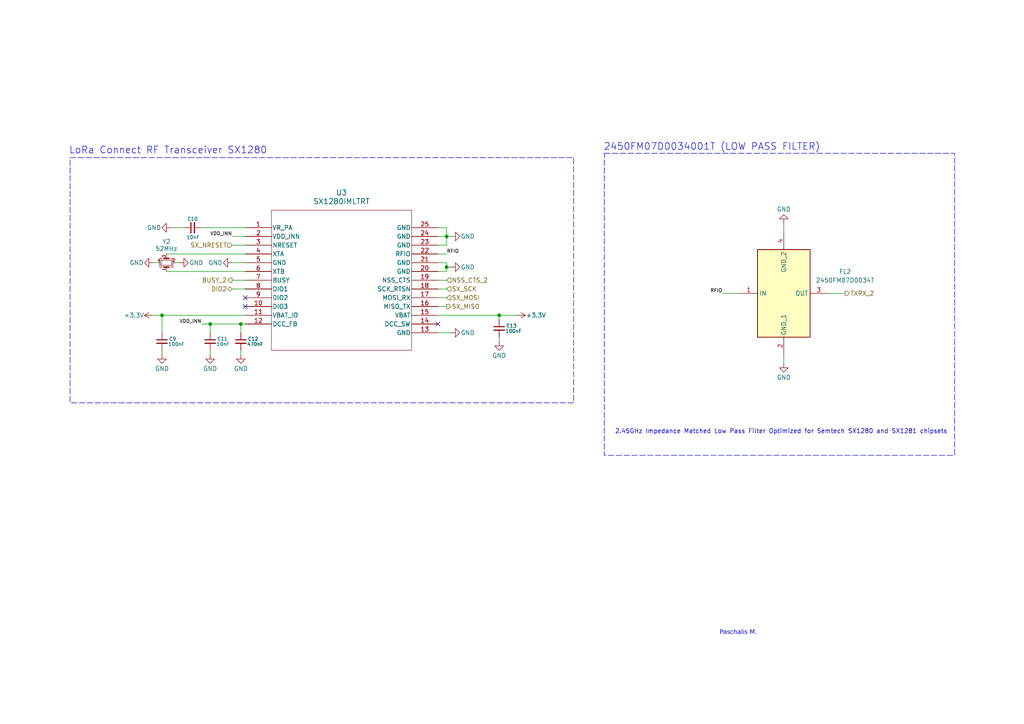
<source format=kicad_sch>
(kicad_sch (version 20250114) (generator "eeschema") (generator_version "9.0")
  (paper "A4")
  (title_block (title "SX1280") (date "2025-02-23") (rev "1.0") (company "https://github.com/Paschalis | TeodoraMiu") (comment 2 "capabilities in LoRa communication, making it ideal for reliable telemetry.") (comment 3 "The SX1280 is used for its long-range, low-power, and high-performance "))
  (lib_symbols
    (symbol "2450FM07D0034T:2450FM07D0034T"
      (property "Reference" "FL" (at 21.59 17.78 0))
      (property "Value" "2450FM07D0034T" (at 21.59 15.24 0))
      (symbol "2450FM07D0034T_1_1"
        (rectangle (start 5.08 12.7) (end 20.32 -12.7) (stroke (width 0.254)) (fill (type background)))
        (pin passive line (at 0 0 0) (length 5.08) (name "IN") (number "1"))
        (pin passive line (at 12.7 17.78 270) (length 5.08) (name "GND_2") (number "4"))
        (pin passive line (at 12.7 -17.78 90) (length 5.08) (name "GND_1") (number "2"))
        (pin passive line (at 25.4 0 180) (length 5.08) (name "OUT") (number "3"))
      )
    )
    (symbol "Device:C_Small" (pin_numbers (hide yes)) (pin_names (offset 0.254) (hide yes))
      (property "Reference" "C" (at 0.254 1.778 0))
      (property "Value" "C_Small" (at 0.254 -2.032 0))
      (symbol "C_Small_0_1"
        (polyline (pts (xy -1.524 0.508) (xy 1.524 0.508)) (stroke (width 0.3048)))
        (polyline (pts (xy -1.524 -0.508) (xy 1.524 -0.508)) (stroke (width 0.3302)))
      )
      (symbol "C_Small_1_1"
        (pin passive line (at 0 2.54 270) (length 2.032) (name "~") (number "1"))
        (pin passive line (at 0 -2.54 90) (length 2.032) (name "~") (number "2"))
      )
    )
    (symbol "Device:Crystal_GND24_Small" (pin_names (offset 1.016) (hide yes))
      (property "Reference" "Y" (at 1.27 4.445 0))
      (property "Value" "Crystal_GND24_Small" (at 1.27 2.54 0))
      (symbol "Crystal_GND24_Small_0_1"
        (polyline (pts (xy -1.27 1.27) (xy -1.27 1.905) (xy 1.27 1.905) (xy 1.27 1.27)))
        (polyline (pts (xy -1.27 -0.762) (xy -1.27 0.762)) (stroke (width 0.381)))
        (polyline (pts (xy -1.27 -1.27) (xy -1.27 -1.905) (xy 1.27 -1.905) (xy 1.27 -1.27)))
        (rectangle (start -0.762 -1.524) (end 0.762 1.524))
        (polyline (pts (xy 1.27 -0.762) (xy 1.27 0.762)) (stroke (width 0.381)))
      )
      (symbol "Crystal_GND24_Small_1_1"
        (pin passive line (at -2.54 0 0) (length 1.27) (name "1") (number "1"))
        (pin passive line (at 0 2.54 270) (length 0.635) (name "4") (number "4"))
        (pin passive line (at 0 -2.54 90) (length 0.635) (name "2") (number "2"))
        (pin passive line (at 2.54 0 180) (length 1.27) (name "3") (number "3"))
      )
    )
    (symbol "SX1280IMLTRT:SX1280IMLTRT" (pin_names (offset 0.254))
      (property "Reference" "U" (at 27.94 10.16 0))
      (property "Value" "SX1280IMLTRT" (at 27.94 7.62 0))
      (symbol "SX1280IMLTRT_0_1"
        (polyline (pts (xy 7.62 5.08) (xy 7.62 -35.56)) (stroke (width 0.127)))
        (polyline (pts (xy 7.62 -35.56) (xy 48.26 -35.56)) (stroke (width 0.127)))
        (polyline (pts (xy 48.26 5.08) (xy 7.62 5.08)) (stroke (width 0.127)))
        (polyline (pts (xy 48.26 -35.56) (xy 48.26 5.08)) (stroke (width 0.127)))
        (pin power_in line (at 0 0 0) (length 7.62) (name "VR_PA") (number "1"))
        (pin power_in line (at 0 -2.54 0) (length 7.62) (name "VDD_INN") (number "2"))
        (pin input line (at 0 -5.08 0) (length 7.62) (name "NRESET") (number "3"))
        (pin bidirectional line (at 0 -7.62 0) (length 7.62) (name "XTA") (number "4"))
        (pin power_out line (at 0 -10.16 0) (length 7.62) (name "GND") (number "5"))
        (pin bidirectional line (at 0 -12.7 0) (length 7.62) (name "XTB") (number "6"))
        (pin output line (at 0 -15.24 0) (length 7.62) (name "BUSY") (number "7"))
        (pin bidirectional line (at 0 -17.78 0) (length 7.62) (name "DIO1") (number "8"))
        (pin bidirectional line (at 0 -20.32 0) (length 7.62) (name "DIO2") (number "9"))
        (pin bidirectional line (at 0 -22.86 0) (length 7.62) (name "DIO3") (number "10"))
        (pin power_in line (at 0 -25.4 0) (length 7.62) (name "VBAT_IO") (number "11"))
        (pin output line (at 0 -27.94 0) (length 7.62) (name "DCC_FB") (number "12"))
        (pin power_out line (at 55.88 0 180) (length 7.62) (name "GND") (number "25"))
        (pin power_out line (at 55.88 -2.54 180) (length 7.62) (name "GND") (number "24"))
        (pin power_out line (at 55.88 -5.08 180) (length 7.62) (name "GND") (number "23"))
        (pin bidirectional line (at 55.88 -7.62 180) (length 7.62) (name "RFIO") (number "22"))
        (pin power_out line (at 55.88 -10.16 180) (length 7.62) (name "GND") (number "21"))
        (pin power_out line (at 55.88 -12.7 180) (length 7.62) (name "GND") (number "20"))
        (pin input line (at 55.88 -15.24 180) (length 7.62) (name "NSS_CTS") (number "19"))
        (pin input line (at 55.88 -17.78 180) (length 7.62) (name "SCK_RTSN") (number "18"))
        (pin input line (at 55.88 -20.32 180) (length 7.62) (name "MOSI_RX") (number "17"))
        (pin output line (at 55.88 -22.86 180) (length 7.62) (name "MISO_TX") (number "16"))
        (pin power_in line (at 55.88 -25.4 180) (length 7.62) (name "VBAT") (number "15"))
        (pin output line (at 55.88 -27.94 180) (length 7.62) (name "DCC_SW") (number "14"))
        (pin power_out line (at 55.88 -30.48 180) (length 7.62) (name "GND") (number "13"))
      )
    )
    (symbol "power:+3.3V" (power) (pin_numbers (hide yes)) (pin_names (offset 0) (hide yes))
      (property "Value" "+3.3V" (at 0 3.556 0))
      (symbol "+3.3V_0_1"
        (polyline (pts (xy -0.762 1.27) (xy 0 2.54)))
        (polyline (pts (xy 0 2.54) (xy 0.762 1.27)))
        (polyline (pts (xy 0 0) (xy 0 2.54)))
      )
      (symbol "+3.3V_1_1"
        (pin power_in line (at 0 0 90) (length 0) (name "~") (number "1"))
      )
    )
    (symbol "power:GND" (power) (pin_numbers (hide yes)) (pin_names (offset 0) (hide yes))
      (property "Value" "GND" (at 0 -3.81 0))
      (symbol "GND_0_1"
        (polyline (pts (xy 0 0) (xy 0 -1.27) (xy 1.27 -1.27) (xy 0 -2.54) (xy -1.27 -1.27) (xy 0 -1.27)))
      )
      (symbol "GND_1_1"
        (pin power_in line (at 0 0 270) (length 0) (name "~") (number "1"))
      )
    )
  )
  (rectangle (start 175.26 44.45) (end 276.86 132.08) (stroke (width 0) (type dash)))
  (rectangle (start 20.32 45.72) (end 166.37 116.84) (stroke (width 0) (type dash)))
  (text "LoRa Connect RF Transceiver SX1280" (at 48.768 43.688 0) (effects (font (size 2 2))))
  (text "Paschalis M." (at 214.122 183.896 0) (effects (font (size 1.27 1.27))))
  (text "2450FM07D0034001T (LOW PASS FILTER)" (at 206.502 42.672 0) (effects (font (size 2 2))))
  (text "2.45GHz Impedance Matched Low Pass Filter Optimized for Semtech SX1280 and SX1281 chipsets" (at 226.568 125.222 0) (effects (font (size 1.27 1.27))))
  (junction (at 129.54 68.58))
  (junction (at 60.96 93.98))
  (junction (at 46.99 91.44))
  (junction (at 69.85 93.98))
  (junction (at 144.78 91.44))
  (junction (at 129.54 77.47))
  (no_connect (at 127 93.98))
  (no_connect (at 71.12 88.9))
  (no_connect (at 71.12 86.36))
  (wire (pts (xy 50.8 76.2) (xy 52.07 76.2)))
  (wire (pts (xy 58.42 66.04) (xy 71.12 66.04)))
  (wire (pts (xy 144.78 91.44) (xy 149.86 91.44)))
  (wire (pts (xy 209.55 85.09) (xy 214.63 85.09)))
  (wire (pts (xy 67.31 81.28) (xy 71.12 81.28)))
  (wire (pts (xy 129.54 77.47) (xy 129.54 76.2)))
  (wire (pts (xy 58.42 93.98) (xy 60.96 93.98)))
  (wire (pts (xy 144.78 91.44) (xy 144.78 92.71)))
  (wire (pts (xy 129.54 71.12) (xy 129.54 68.58)))
  (wire (pts (xy 227.33 64.77) (xy 227.33 67.31)))
  (wire (pts (xy 46.99 101.6) (xy 46.99 102.87)))
  (wire (pts (xy 127 91.44) (xy 144.78 91.44)))
  (wire (pts (xy 48.26 73.66) (xy 71.12 73.66)))
  (wire (pts (xy 49.53 66.04) (xy 53.34 66.04)))
  (wire (pts (xy 127 68.58) (xy 129.54 68.58)))
  (wire (pts (xy 127 86.36) (xy 129.54 86.36)))
  (wire (pts (xy 227.33 102.87) (xy 227.33 105.41)))
  (wire (pts (xy 129.54 68.58) (xy 130.81 68.58)))
  (wire (pts (xy 46.99 91.44) (xy 46.99 96.52)))
  (wire (pts (xy 129.54 66.04) (xy 129.54 68.58)))
  (wire (pts (xy 240.03 85.09) (xy 245.11 85.09)))
  (wire (pts (xy 46.99 91.44) (xy 71.12 91.44)))
  (wire (pts (xy 129.54 78.74) (xy 129.54 77.47)))
  (wire (pts (xy 127 66.04) (xy 129.54 66.04)))
  (wire (pts (xy 67.31 83.82) (xy 71.12 83.82)))
  (wire (pts (xy 69.85 101.6) (xy 69.85 102.87)))
  (wire (pts (xy 127 71.12) (xy 129.54 71.12)))
  (wire (pts (xy 44.45 91.44) (xy 46.99 91.44)))
  (wire (pts (xy 129.54 77.47) (xy 130.81 77.47)))
  (wire (pts (xy 69.85 93.98) (xy 69.85 96.52)))
  (wire (pts (xy 69.85 93.98) (xy 71.12 93.98)))
  (wire (pts (xy 127 78.74) (xy 129.54 78.74)))
  (wire (pts (xy 60.96 93.98) (xy 69.85 93.98)))
  (wire (pts (xy 127 73.66) (xy 129.54 73.66)))
  (wire (pts (xy 144.78 97.79) (xy 144.78 99.06)))
  (wire (pts (xy 127 88.9) (xy 129.54 88.9)))
  (wire (pts (xy 67.31 76.2) (xy 71.12 76.2)))
  (wire (pts (xy 127 96.52) (xy 130.81 96.52)))
  (wire (pts (xy 67.31 71.12) (xy 71.12 71.12)))
  (wire (pts (xy 67.31 68.58) (xy 71.12 68.58)))
  (wire (pts (xy 60.96 101.6) (xy 60.96 102.87)))
  (wire (pts (xy 127 81.28) (xy 129.54 81.28)))
  (wire (pts (xy 44.45 76.2) (xy 45.72 76.2)))
  (wire (pts (xy 60.96 93.98) (xy 60.96 96.52)))
  (wire (pts (xy 48.26 78.74) (xy 71.12 78.74)))
  (wire (pts (xy 129.54 76.2) (xy 127 76.2)))
  (wire (pts (xy 127 83.82) (xy 129.54 83.82)))
  (label "RFIO" (at 209.55 85.09 180) (effects (font (size 1 1))))
  (label "RFIO" (at 129.54 73.66 0) (effects (font (size 1 1))))
  (label "VDD_INN" (at 67.31 68.58 180) (effects (font (size 1 1))))
  (label "VDD_INN" (at 58.42 93.98 180) (effects (font (size 1 1))))
  (hierarchical_label "SX_MISO" (shape output) (at 129.54 88.9 0))
  (hierarchical_label "SX_MOSI" (shape input) (at 129.54 86.36 0))
  (hierarchical_label "DIO2" (shape bidirectional) (at 67.31 83.82 180))
  (hierarchical_label "SX_SCK" (shape input) (at 129.54 83.82 0))
  (hierarchical_label "BUSY_2" (shape output) (at 67.31 81.28 180))
  (hierarchical_label "TXRX_2" (shape output) (at 245.11 85.09 0))
  (hierarchical_label "SX_NRESET" (shape input) (at 67.31 71.12 180))
  (hierarchical_label "NSS_CTS_2" (shape input) (at 129.54 81.28 0))
  (symbol (lib_id "Device:C_Small") (at 46.99 99.06 0) (unit 1)
    (property "Reference" "C9" (at 49.022 98.298 0) (effects (font (size 1 1)) (justify left)))
    (property "Value" "100nF" (at 48.768 99.822 0) (effects (font (size 1 1)) (justify left)))
    (property "Footprint" "Capacitor_SMD:C_0603_1608Metric_Pad1.08x0.95mm_HandSolder" (effects (hide yes)))
    (property "Description" "Unpolarized capacitor, small symbol" (effects (hide yes)))
  )
  (symbol (lib_id "2450FM07D0034T:2450FM07D0034T") (at 214.63 85.09 0) (unit 1)
    (property "Reference" "FL2" (at 245.11 78.7714 0))
    (property "Value" "2450FM07D0034T" (at 245.11 81.3114 0))
    (property "Footprint" "2450FM07D0034T:2450FM07D0034T" (effects (hide yes)))
    (property "Datasheet" "https://www.mouser.co.uk/datasheet/2/611/2450FM07D0034-1375634.pdf" (effects (hide yes)))
    (property "Description" "Signal Conditioning Mini 2.45GHz Imped Matchd Frnt-End Fltr" (effects (hide yes)))
    (property "Height" "0.4" (effects (hide yes)))
    (property "Mouser Part Number" "609-2450FM07D0034T" (effects (hide yes)))
    (property "Mouser Price/Stock" "https://www.mouser.co.uk/ProductDetail/Johanson-Technology/2450FM07D0034T?qs=%252BEew9%252B0nqrBEY7VUloPs4Q%3D%3D" (effects (hide yes)))
    (property "Manufacturer_Name" "JOHANSON TECHNOLOGY" (effects (hide yes)))
    (property "Manufacturer_Part_Number" "2450FM07D0034T" (effects (hide yes)))
  )
  (symbol (lib_id "Device:C_Small") (at 55.88 66.04 90) (unit 1)
    (property "Reference" "C10" (at 57.404 63.5 90) (effects (font (size 1 1)) (justify left)))
    (property "Value" "10nF" (at 57.912 68.834 90) (effects (font (size 1 1)) (justify left)))
    (property "Footprint" "Capacitor_SMD:C_0603_1608Metric_Pad1.08x0.95mm_HandSolder" (effects (hide yes)))
    (property "Description" "Unpolarized capacitor, small symbol" (effects (hide yes)))
  )
  (symbol (lib_id "power:GND") (at 60.96 102.87 0) (unit 1)
    (property "Reference" "#PWR33" (effects (hide yes)))
    (property "Value" "GND" (at 60.96 106.934 0))
    (property "Description" "Power symbol creates a global label with name \"GND\" , ground" (effects (hide yes)))
  )
  (symbol (lib_id "power:+3.3V") (at 149.86 91.44 270) (unit 1)
    (property "Reference" "#PWR40" (effects (hide yes)))
    (property "Value" "+3.3V" (at 155.448 91.44 90))
    (property "Description" "Power symbol creates a global label with name \"+3.3V\"" (effects (hide yes)))
  )
  (symbol (lib_id "power:GND") (at 67.31 76.2 270) (mirror x) (unit 1)
    (property "Reference" "#PWR34" (effects (hide yes)))
    (property "Value" "GND" (at 64.516 76.2 90) (effects (justify right)))
    (property "Description" "Power symbol creates a global label with name \"GND\" , ground" (effects (hide yes)))
  )
  (symbol (lib_id "Device:C_Small") (at 60.96 99.06 0) (unit 1)
    (property "Reference" "C11" (at 62.992 98.298 0) (effects (font (size 1 1)) (justify left)))
    (property "Value" "10nF" (at 62.738 99.822 0) (effects (font (size 1 1)) (justify left)))
    (property "Footprint" "Capacitor_SMD:C_0603_1608Metric_Pad1.08x0.95mm_HandSolder" (effects (hide yes)))
    (property "Description" "Unpolarized capacitor, small symbol" (effects (hide yes)))
  )
  (symbol (lib_id "Device:C_Small") (at 69.85 99.06 0) (unit 1)
    (property "Reference" "C12" (at 71.882 98.298 0) (effects (font (size 1 1)) (justify left)))
    (property "Value" "470nF" (at 71.628 99.822 0) (effects (font (size 1 1)) (justify left)))
    (property "Footprint" "Capacitor_SMD:C_0603_1608Metric_Pad1.08x0.95mm_HandSolder" (effects (hide yes)))
    (property "Description" "Unpolarized capacitor, small symbol" (effects (hide yes)))
  )
  (symbol (lib_id "power:GND") (at 44.45 76.2 270) (mirror x) (unit 1)
    (property "Reference" "#PWR28" (effects (hide yes)))
    (property "Value" "GND" (at 41.656 76.2 90) (effects (justify right)))
    (property "Description" "Power symbol creates a global label with name \"GND\" , ground" (effects (hide yes)))
  )
  (symbol (lib_id "power:GND") (at 130.81 68.58 90) (unit 1)
    (property "Reference" "#PWR36" (effects (hide yes)))
    (property "Value" "GND" (at 133.604 68.58 90) (effects (justify right)))
    (property "Description" "Power symbol creates a global label with name \"GND\" , ground" (effects (hide yes)))
  )
  (symbol (lib_id "power:+3.3V") (at 44.45 91.44 90) (mirror x) (unit 1)
    (property "Reference" "#PWR29" (effects (hide yes)))
    (property "Value" "+3.3V" (at 38.862 91.44 90))
    (property "Description" "Power symbol creates a global label with name \"+3.3V\"" (effects (hide yes)))
  )
  (symbol (lib_id "power:GND") (at 227.33 64.77 0) (mirror x) (unit 1)
    (property "Reference" "#PWR41" (effects (hide yes)))
    (property "Value" "GND" (at 227.33 60.706 0))
    (property "Description" "Power symbol creates a global label with name \"GND\" , ground" (effects (hide yes)))
  )
  (symbol (lib_id "power:GND") (at 52.07 76.2 90) (unit 1)
    (property "Reference" "#PWR32" (effects (hide yes)))
    (property "Value" "GND" (at 54.864 76.2 90) (effects (justify right)))
    (property "Description" "Power symbol creates a global label with name \"GND\" , ground" (effects (hide yes)))
  )
  (symbol (lib_id "power:GND") (at 227.33 105.41 0) (unit 1)
    (property "Reference" "#PWR42" (effects (hide yes)))
    (property "Value" "GND" (at 227.33 109.474 0))
    (property "Description" "Power symbol creates a global label with name \"GND\" , ground" (effects (hide yes)))
  )
  (symbol (lib_id "power:GND") (at 130.81 77.47 90) (unit 1)
    (property "Reference" "#PWR37" (effects (hide yes)))
    (property "Value" "GND" (at 133.604 77.47 90) (effects (justify right)))
    (property "Description" "Power symbol creates a global label with name \"GND\" , ground" (effects (hide yes)))
  )
  (symbol (lib_id "power:GND") (at 46.99 102.87 0) (unit 1)
    (property "Reference" "#PWR30" (effects (hide yes)))
    (property "Value" "GND" (at 46.99 106.934 0))
    (property "Description" "Power symbol creates a global label with name \"GND\" , ground" (effects (hide yes)))
  )
  (symbol (lib_id "power:GND") (at 49.53 66.04 270) (mirror x) (unit 1)
    (property "Reference" "#PWR31" (effects (hide yes)))
    (property "Value" "GND" (at 46.736 66.04 90) (effects (justify right)))
    (property "Description" "Power symbol creates a global label with name \"GND\" , ground" (effects (hide yes)))
  )
  (symbol (lib_id "Device:C_Small") (at 144.78 95.25 0) (unit 1)
    (property "Reference" "C13" (at 146.812 94.488 0) (effects (font (size 1 1)) (justify left)))
    (property "Value" "100nF" (at 146.558 96.012 0) (effects (font (size 1 1)) (justify left)))
    (property "Footprint" "Capacitor_SMD:C_0603_1608Metric_Pad1.08x0.95mm_HandSolder" (effects (hide yes)))
    (property "Description" "Unpolarized capacitor, small symbol" (effects (hide yes)))
  )
  (symbol (lib_id "Device:Crystal_GND24_Small") (at 48.26 76.2 90) (unit 1)
    (property "Reference" "Y2" (at 48.26 70.104 90))
    (property "Value" "52MHz" (at 48.26 72.136 90))
    (property "Footprint" "Crystal:Crystal_SMD_2016-4Pin_2.0x1.6mm" (effects (hide yes)))
    (property "Description" "Four pin crystal, GND on pins 2 and 4, small symbol" (effects (hide yes)))
  )
  (symbol (lib_id "power:GND") (at 130.81 96.52 90) (unit 1)
    (property "Reference" "#PWR38" (effects (hide yes)))
    (property "Value" "GND" (at 133.604 96.52 90) (effects (justify right)))
    (property "Description" "Power symbol creates a global label with name \"GND\" , ground" (effects (hide yes)))
  )
  (symbol (lib_id "power:GND") (at 69.85 102.87 0) (unit 1)
    (property "Reference" "#PWR35" (effects (hide yes)))
    (property "Value" "GND" (at 69.85 106.934 0))
    (property "Description" "Power symbol creates a global label with name \"GND\" , ground" (effects (hide yes)))
  )
  (symbol (lib_id "power:GND") (at 144.78 99.06 0) (unit 1)
    (property "Reference" "#PWR39" (effects (hide yes)))
    (property "Value" "GND" (at 144.78 103.124 0))
    (property "Description" "Power symbol creates a global label with name \"GND\" , ground" (effects (hide yes)))
  )
  (symbol (lib_id "SX1280IMLTRT:SX1280IMLTRT") (at 71.12 66.04 0) (unit 1)
    (property "Reference" "U3" (at 99.06 55.88 0) (effects (font (size 1.524 1.524))))
    (property "Value" "SX1280IMLTRT" (at 99.06 58.42 0) (effects (font (size 1.524 1.524))))
    (property "Footprint" "SX1280IMLTRT:QFN24_4X4_SEM" (effects (hide yes)))
    (property "Datasheet" "SX1280IMLTRT" (effects (hide yes)))
  )
)
</source>
